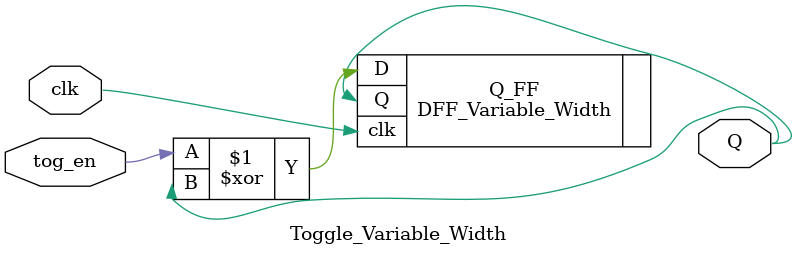
<source format=v>
module Toggle_Variable_Width
(
	tog_en,
	clk,
    
	Q
);
    
    parameter                               Width = 1;                  // Default width is 1 but will
                                                                        // almost always be redefined.
    input           [(Width-1):0]           tog_en;
    input                                   clk;

    output          [(Width-1):0]           Q;

	// Template:
    //------------------------------------------------------------------------------------
/*
	Toggle_Variable_Width	#(1)
	Toggle_Variable_Width
	(
		.tog_en								(),
		.clk								(),
	    
		.Q									()
	);
*/
    //==================================================================================================
    // Register Declarations:
    
    // Flip-flops, i.e., outputs of synchronous blocks:
    // (none)

    // Outputs of combinatorial blocks:
    // (none)
            
    //==================================================================================================
    // Wire Declarations:
    
    // Outputs of instantiated modules:

    wire            [(Width-1):0]           Q;

    // Declarations for combinatorial assignments:
	// (none)

    //==================================================================================================
    // Wire Assignments:
	// (none)
    
    //==================================================================================================
    // Component Instantiations:
    
	DFF_Variable_Width	#(Width)
	Q_FF
	(
	    .D									(
	    										tog_en[(Width-1):0]
												^
												Q[(Width-1):0]
	    									),

		.clk								(clk),
	    
		.Q									(Q[(Width-1):0])
	);

    //==================================================================================================
    // Synchronous Blocks:

//	always @(posedge clk or negedge ares_L)						        // Asynchronous reset is handled 
//	                                                                    // by including it in the sensi-
//	                                                                    // tivity list.
//	begin
//
//		if (!ares_L)
//		begin
//			Level_Delay[Width-1:0]			<= {Width{1'b 0}};
//		end
//
//		else
//		begin
//			Level_Delay[Width-1:0]  		<= Level_In[Width-1:0];
//		end
//
//	end

    //==================================================================================================

endmodule



</source>
